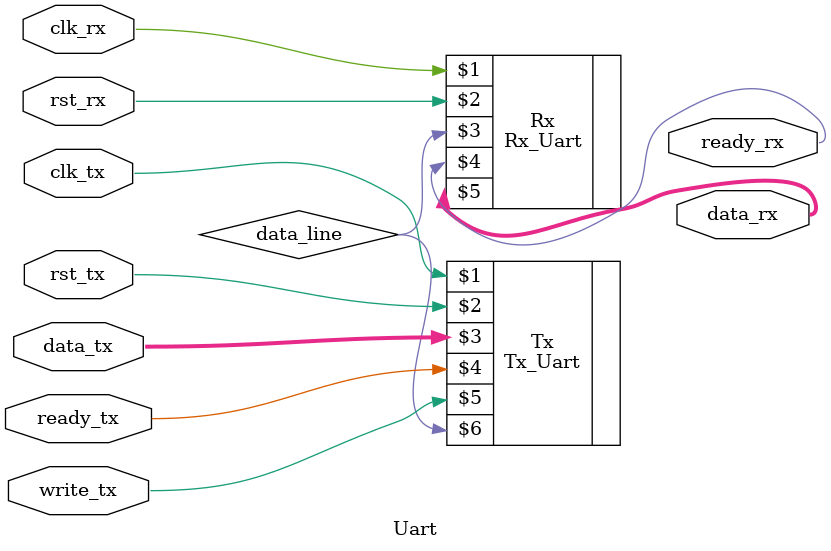
<source format=v>

module Uart(
    clk_tx,
    clk_rx,
    rst_tx,
    rst_rx,
    data_tx,
    ready_tx,
    write_tx,
    ready_rx,
    data_rx
);

output ready_rx;
output [7:0]data_rx;

input clk_tx,clk_rx,rst_rx,rst_tx,ready_tx,write_tx;
input [7:0]data_tx;
wire data_line;
Tx_Uart Tx(
    clk_tx,
    rst_tx,
    data_tx,
    ready_tx,
    write_tx,
    data_line
);

Rx_Uart Rx(
    clk_rx,
    rst_rx,
    data_line,
    ready_rx,
    data_rx
);



endmodule
</source>
